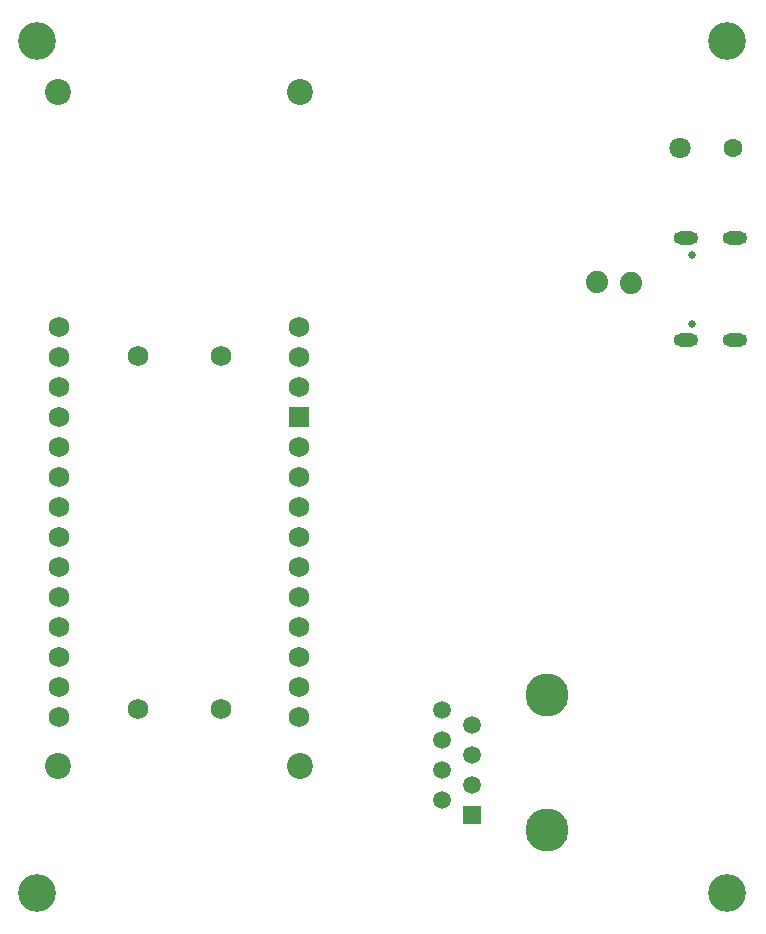
<source format=gbr>
%TF.GenerationSoftware,KiCad,Pcbnew,(6.0.8)*%
%TF.CreationDate,2023-04-21T18:27:59-07:00*%
%TF.ProjectId,Capstone_PCB,43617073-746f-46e6-955f-5043422e6b69,rev?*%
%TF.SameCoordinates,Original*%
%TF.FileFunction,Soldermask,Bot*%
%TF.FilePolarity,Negative*%
%FSLAX46Y46*%
G04 Gerber Fmt 4.6, Leading zero omitted, Abs format (unit mm)*
G04 Created by KiCad (PCBNEW (6.0.8)) date 2023-04-21 18:27:59*
%MOMM*%
%LPD*%
G01*
G04 APERTURE LIST*
%ADD10C,3.650000*%
%ADD11R,1.500000X1.500000*%
%ADD12C,1.500000*%
%ADD13C,1.879600*%
%ADD14C,3.200000*%
%ADD15C,1.727200*%
%ADD16C,1.800000*%
%ADD17C,1.600000*%
%ADD18C,2.200000*%
%ADD19R,1.727200X1.727200*%
%ADD20C,0.650000*%
%ADD21O,2.101600X1.101600*%
G04 APERTURE END LIST*
D10*
%TO.C,J1*%
X160012000Y-112522000D03*
X160012000Y-101092000D03*
D11*
X153662000Y-111252000D03*
D12*
X151122000Y-109982000D03*
X153662000Y-108712000D03*
X151122000Y-107442000D03*
X153662000Y-106172000D03*
X151122000Y-104902000D03*
X153662000Y-103632000D03*
X151122000Y-102362000D03*
%TD*%
D13*
%TO.C,*%
X167149800Y-66229600D03*
%TD*%
D14*
%TO.C,REF\u002A\u002A*%
X116840000Y-45720000D03*
X116840000Y-45720000D03*
%TD*%
%TO.C,REF\u002A\u002A*%
X116840000Y-117856000D03*
X116840000Y-117856000D03*
%TD*%
%TO.C,REF\u002A\u002A*%
X175260000Y-45720000D03*
%TD*%
D15*
%TO.C,*%
X132400000Y-102322000D03*
%TD*%
%TO.C,*%
X132400000Y-72416730D03*
%TD*%
D16*
%TO.C,J2*%
X171245000Y-54825000D03*
D17*
X175745000Y-54825000D03*
%TD*%
D13*
%TO.C,*%
X164228800Y-66178800D03*
%TD*%
D18*
%TO.C,XA1*%
X139076000Y-107081000D03*
X139076000Y-50081000D03*
X118576000Y-107081000D03*
X118576000Y-50081000D03*
D15*
X138986000Y-75045800D03*
X138986000Y-69965800D03*
X118666000Y-72505800D03*
X118666000Y-75045800D03*
X118666000Y-77585800D03*
X118666000Y-80125800D03*
X118666000Y-82665800D03*
X118666000Y-85205800D03*
X118666000Y-87745800D03*
X118666000Y-69965800D03*
X118666000Y-90285800D03*
X118666000Y-92825800D03*
X118666000Y-95365800D03*
X118666000Y-97905800D03*
X118666000Y-100445800D03*
X118666000Y-102985800D03*
X138986000Y-102985800D03*
X138986000Y-100445800D03*
X138986000Y-97905800D03*
X138986000Y-95365800D03*
X138986000Y-92825800D03*
X138986000Y-90285800D03*
X138986000Y-87745800D03*
X138986000Y-85205800D03*
X138986000Y-82665800D03*
D19*
X138986000Y-77585800D03*
D15*
X138986000Y-80125800D03*
X138986000Y-72505800D03*
%TD*%
%TO.C,*%
X125400000Y-72416730D03*
%TD*%
%TO.C,*%
X125400000Y-102322000D03*
%TD*%
D14*
%TO.C,*%
X175260000Y-117856000D03*
%TD*%
D20*
%TO.C,X1*%
X172259000Y-69653000D03*
X172259000Y-63873000D03*
D21*
X171759000Y-71083000D03*
X171759000Y-62443000D03*
X175939000Y-71083000D03*
X175939000Y-62443000D03*
%TD*%
M02*

</source>
